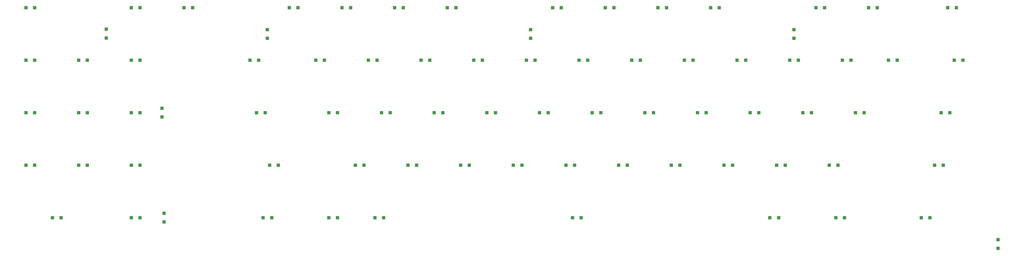
<source format=gtp>
G04 #@! TF.GenerationSoftware,KiCad,Pcbnew,(5.1.6)-1*
G04 #@! TF.CreationDate,2020-07-18T03:31:17-04:00*
G04 #@! TF.ProjectId,southpawpcb,736f7574-6870-4617-9770-63622e6b6963,rev?*
G04 #@! TF.SameCoordinates,Original*
G04 #@! TF.FileFunction,Paste,Top*
G04 #@! TF.FilePolarity,Positive*
%FSLAX46Y46*%
G04 Gerber Fmt 4.6, Leading zero omitted, Abs format (unit mm)*
G04 Created by KiCad (PCBNEW (5.1.6)-1) date 2020-07-18 03:31:17*
%MOMM*%
%LPD*%
G01*
G04 APERTURE LIST*
%ADD10R,1.200000X1.200000*%
G04 APERTURE END LIST*
D10*
G04 #@! TO.C,D7*
X100869000Y92099000D03*
X97719000Y92099000D03*
G04 #@! TD*
G04 #@! TO.C,D48*
X226306000Y53999000D03*
X229456000Y53999000D03*
G04 #@! TD*
G04 #@! TO.C,D72*
X92956000Y15899000D03*
X96106000Y15899000D03*
G04 #@! TD*
G04 #@! TO.C,D39*
X24669200Y53999000D03*
X21519200Y53999000D03*
G04 #@! TD*
G04 #@! TO.C,D2*
X12446000Y81102000D03*
X12446000Y84252000D03*
G04 #@! TD*
G04 #@! TO.C,D50*
X264406000Y53999000D03*
X267556000Y53999000D03*
G04 #@! TD*
G04 #@! TO.C,D21*
X24669200Y73049000D03*
X21519200Y73049000D03*
G04 #@! TD*
G04 #@! TO.C,D53*
X-16580800Y34949000D03*
X-13430800Y34949000D03*
G04 #@! TD*
G04 #@! TO.C,D26*
X126294000Y73049000D03*
X129444000Y73049000D03*
G04 #@! TD*
G04 #@! TO.C,D60*
X143732000Y34949000D03*
X140582000Y34949000D03*
G04 #@! TD*
G04 #@! TO.C,D42*
X112006000Y53999000D03*
X115156000Y53999000D03*
G04 #@! TD*
G04 #@! TO.C,D4*
X40569200Y92099000D03*
X43719200Y92099000D03*
G04 #@! TD*
G04 #@! TO.C,D3*
X24669200Y92099000D03*
X21519200Y92099000D03*
G04 #@! TD*
G04 #@! TO.C,D25*
X110394000Y73049000D03*
X107244000Y73049000D03*
G04 #@! TD*
G04 #@! TO.C,D71*
X72294000Y15899000D03*
X69144000Y15899000D03*
G04 #@! TD*
G04 #@! TO.C,D78*
X335038000Y4799000D03*
X335038000Y7949000D03*
G04 #@! TD*
G04 #@! TO.C,D77*
X310419000Y15899000D03*
X307269000Y15899000D03*
G04 #@! TD*
G04 #@! TO.C,D45*
X172306000Y53999000D03*
X169156000Y53999000D03*
G04 #@! TD*
G04 #@! TO.C,D16*
X269169000Y92099000D03*
X272319000Y92099000D03*
G04 #@! TD*
G04 #@! TO.C,D22*
X32619200Y52424000D03*
X32619200Y55574000D03*
G04 #@! TD*
G04 #@! TO.C,D10*
X165969000Y80999000D03*
X165969000Y84149000D03*
G04 #@! TD*
G04 #@! TO.C,D54*
X5619200Y34949000D03*
X2469200Y34949000D03*
G04 #@! TD*
G04 #@! TO.C,D19*
X-13430800Y73049000D03*
X-16580800Y73049000D03*
G04 #@! TD*
G04 #@! TO.C,D57*
X74675000Y34949000D03*
X71525000Y34949000D03*
G04 #@! TD*
G04 #@! TO.C,D47*
X210406000Y53999000D03*
X207256000Y53999000D03*
G04 #@! TD*
G04 #@! TO.C,D15*
X261219000Y84149000D03*
X261219000Y80999000D03*
G04 #@! TD*
G04 #@! TO.C,D67*
X273932000Y34949000D03*
X277082000Y34949000D03*
G04 #@! TD*
G04 #@! TO.C,D36*
X319175000Y73049000D03*
X322325000Y73049000D03*
G04 #@! TD*
G04 #@! TO.C,D62*
X181832000Y34949000D03*
X178682000Y34949000D03*
G04 #@! TD*
G04 #@! TO.C,D61*
X162782000Y34949000D03*
X159632000Y34949000D03*
G04 #@! TD*
G04 #@! TO.C,D52*
X314413000Y53999000D03*
X317563000Y53999000D03*
G04 #@! TD*
G04 #@! TO.C,D37*
X-13430800Y53999000D03*
X-16580800Y53999000D03*
G04 #@! TD*
G04 #@! TO.C,D65*
X238982000Y34949000D03*
X235832000Y34949000D03*
G04 #@! TD*
G04 #@! TO.C,D14*
X234219000Y92099000D03*
X231069000Y92099000D03*
G04 #@! TD*
G04 #@! TO.C,D68*
X315182000Y34949000D03*
X312032000Y34949000D03*
G04 #@! TD*
G04 #@! TO.C,D18*
X316794000Y92099000D03*
X319944000Y92099000D03*
G04 #@! TD*
G04 #@! TO.C,D38*
X2469200Y53999000D03*
X5619200Y53999000D03*
G04 #@! TD*
G04 #@! TO.C,D12*
X192969000Y92099000D03*
X196119000Y92099000D03*
G04 #@! TD*
G04 #@! TO.C,D58*
X102482000Y34949000D03*
X105632000Y34949000D03*
G04 #@! TD*
G04 #@! TO.C,D34*
X278694000Y73049000D03*
X281844000Y73049000D03*
G04 #@! TD*
G04 #@! TO.C,D20*
X2469200Y73049000D03*
X5619200Y73049000D03*
G04 #@! TD*
G04 #@! TO.C,D69*
X-3905800Y15899000D03*
X-7055800Y15899000D03*
G04 #@! TD*
G04 #@! TO.C,D40*
X66763000Y53999000D03*
X69913000Y53999000D03*
G04 #@! TD*
G04 #@! TO.C,D56*
X33337500Y14324000D03*
X33337500Y17474000D03*
G04 #@! TD*
G04 #@! TO.C,D23*
X67532000Y73049000D03*
X64382000Y73049000D03*
G04 #@! TD*
G04 #@! TO.C,D17*
X291369000Y92099000D03*
X288219000Y92099000D03*
G04 #@! TD*
G04 #@! TO.C,D32*
X240594000Y73049000D03*
X243744000Y73049000D03*
G04 #@! TD*
G04 #@! TO.C,D31*
X224694000Y73049000D03*
X221544000Y73049000D03*
G04 #@! TD*
G04 #@! TO.C,D9*
X138969000Y92099000D03*
X135819000Y92099000D03*
G04 #@! TD*
G04 #@! TO.C,D64*
X216782000Y34949000D03*
X219932000Y34949000D03*
G04 #@! TD*
G04 #@! TO.C,D74*
X181063000Y15899000D03*
X184213000Y15899000D03*
G04 #@! TD*
G04 #@! TO.C,D76*
X276313000Y15899000D03*
X279463000Y15899000D03*
G04 #@! TD*
G04 #@! TO.C,D49*
X248506000Y53999000D03*
X245356000Y53999000D03*
G04 #@! TD*
G04 #@! TO.C,D70*
X24669200Y15899000D03*
X21519200Y15899000D03*
G04 #@! TD*
G04 #@! TO.C,D75*
X252500000Y15899000D03*
X255650000Y15899000D03*
G04 #@! TD*
G04 #@! TO.C,D8*
X116769000Y92099000D03*
X119919000Y92099000D03*
G04 #@! TD*
G04 #@! TO.C,D28*
X167544000Y73049000D03*
X164394000Y73049000D03*
G04 #@! TD*
G04 #@! TO.C,D13*
X215169000Y92099000D03*
X212019000Y92099000D03*
G04 #@! TD*
G04 #@! TO.C,D66*
X258032000Y34949000D03*
X254882000Y34949000D03*
G04 #@! TD*
G04 #@! TO.C,D6*
X78669000Y92099000D03*
X81819000Y92099000D03*
G04 #@! TD*
G04 #@! TO.C,D44*
X150106000Y53999000D03*
X153256000Y53999000D03*
G04 #@! TD*
G04 #@! TO.C,D46*
X188206000Y53999000D03*
X191356000Y53999000D03*
G04 #@! TD*
G04 #@! TO.C,D51*
X286606000Y53999000D03*
X283456000Y53999000D03*
G04 #@! TD*
G04 #@! TO.C,D11*
X177069000Y92099000D03*
X173919000Y92099000D03*
G04 #@! TD*
G04 #@! TO.C,D63*
X197732000Y34949000D03*
X200882000Y34949000D03*
G04 #@! TD*
G04 #@! TO.C,D29*
X186594000Y73049000D03*
X183444000Y73049000D03*
G04 #@! TD*
G04 #@! TO.C,D55*
X24669200Y34949000D03*
X21519200Y34949000D03*
G04 #@! TD*
G04 #@! TO.C,D5*
X70719000Y84149000D03*
X70719000Y80999000D03*
G04 #@! TD*
G04 #@! TO.C,D43*
X134206000Y53999000D03*
X131056000Y53999000D03*
G04 #@! TD*
G04 #@! TO.C,D73*
X109625000Y15899000D03*
X112775000Y15899000D03*
G04 #@! TD*
G04 #@! TO.C,D33*
X262794000Y73049000D03*
X259644000Y73049000D03*
G04 #@! TD*
G04 #@! TO.C,D30*
X202494000Y73049000D03*
X205644000Y73049000D03*
G04 #@! TD*
G04 #@! TO.C,D35*
X298513000Y73049000D03*
X295363000Y73049000D03*
G04 #@! TD*
G04 #@! TO.C,D24*
X88194000Y73049000D03*
X91344000Y73049000D03*
G04 #@! TD*
G04 #@! TO.C,D59*
X121532000Y34949000D03*
X124682000Y34949000D03*
G04 #@! TD*
G04 #@! TO.C,D41*
X96106000Y53999000D03*
X92956000Y53999000D03*
G04 #@! TD*
G04 #@! TO.C,D1*
X-13430800Y92099000D03*
X-16580800Y92099000D03*
G04 #@! TD*
G04 #@! TO.C,D27*
X145344000Y73049000D03*
X148494000Y73049000D03*
G04 #@! TD*
M02*

</source>
